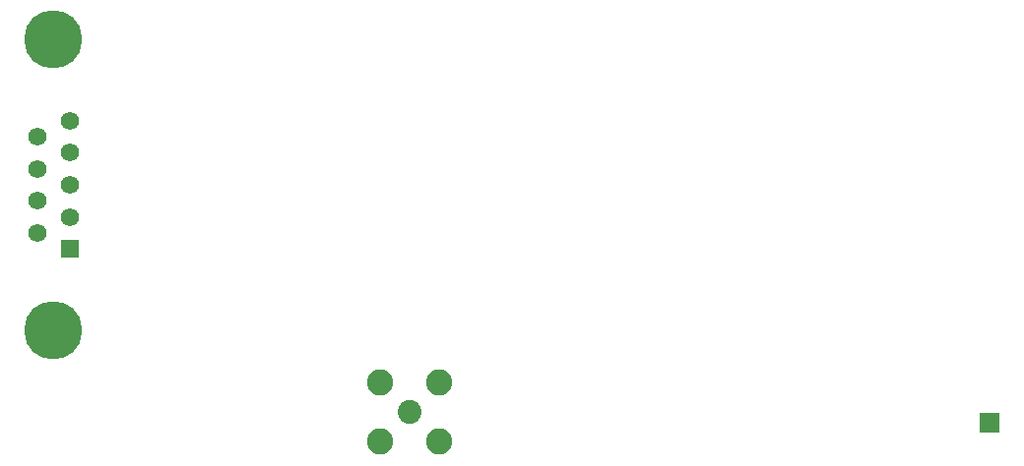
<source format=gbs>
G04 #@! TF.GenerationSoftware,KiCad,Pcbnew,(5.1.10)-1*
G04 #@! TF.CreationDate,2022-05-20T10:44:42-06:00*
G04 #@! TF.ProjectId,Calibrator_02_wResistors,43616c69-6272-4617-946f-725f30325f77,rev?*
G04 #@! TF.SameCoordinates,Original*
G04 #@! TF.FileFunction,Soldermask,Bot*
G04 #@! TF.FilePolarity,Negative*
%FSLAX46Y46*%
G04 Gerber Fmt 4.6, Leading zero omitted, Abs format (unit mm)*
G04 Created by KiCad (PCBNEW (5.1.10)-1) date 2022-05-20 10:44:42*
%MOMM*%
%LPD*%
G01*
G04 APERTURE LIST*
%ADD10R,1.700000X1.700000*%
%ADD11C,2.250000*%
%ADD12C,2.050000*%
%ADD13C,5.000000*%
%ADD14C,1.575000*%
%ADD15R,1.575000X1.575000*%
G04 APERTURE END LIST*
D10*
X80500000Y-20500000D03*
D11*
X28060000Y-22140000D03*
X28060000Y-17060000D03*
X33140000Y-17060000D03*
X33140000Y-22140000D03*
D12*
X30600000Y-19600000D03*
D13*
X0Y-12500000D03*
D14*
X-1420000Y4140000D03*
X-1420000Y1380000D03*
X-1420000Y-1380000D03*
X-1420000Y-4140000D03*
X1420000Y5520000D03*
X1420000Y2760000D03*
X1420000Y-2760000D03*
D15*
X1420000Y-5520000D03*
D13*
X0Y12500000D03*
D14*
X1420000Y0D03*
M02*

</source>
